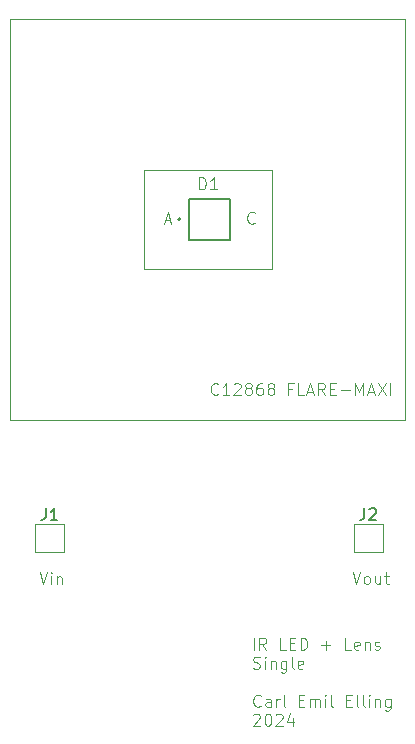
<source format=gto>
G04 #@! TF.GenerationSoftware,KiCad,Pcbnew,8.0.5*
G04 #@! TF.CreationDate,2024-10-09T13:13:15+02:00*
G04 #@! TF.ProjectId,LED_SINGLE_Board,4c45445f-5349-44e4-974c-455f426f6172,rev?*
G04 #@! TF.SameCoordinates,Original*
G04 #@! TF.FileFunction,Legend,Top*
G04 #@! TF.FilePolarity,Positive*
%FSLAX46Y46*%
G04 Gerber Fmt 4.6, Leading zero omitted, Abs format (unit mm)*
G04 Created by KiCad (PCBNEW 8.0.5) date 2024-10-09 13:13:15*
%MOMM*%
%LPD*%
G01*
G04 APERTURE LIST*
%ADD10C,0.100000*%
%ADD11C,0.150000*%
%ADD12C,0.127000*%
%ADD13C,0.200000*%
%ADD14C,0.120000*%
G04 APERTURE END LIST*
D10*
X55661027Y-71372419D02*
X55994360Y-72372419D01*
X55994360Y-72372419D02*
X56327693Y-71372419D01*
X56803884Y-72372419D02*
X56708646Y-72324800D01*
X56708646Y-72324800D02*
X56661027Y-72277180D01*
X56661027Y-72277180D02*
X56613408Y-72181942D01*
X56613408Y-72181942D02*
X56613408Y-71896228D01*
X56613408Y-71896228D02*
X56661027Y-71800990D01*
X56661027Y-71800990D02*
X56708646Y-71753371D01*
X56708646Y-71753371D02*
X56803884Y-71705752D01*
X56803884Y-71705752D02*
X56946741Y-71705752D01*
X56946741Y-71705752D02*
X57041979Y-71753371D01*
X57041979Y-71753371D02*
X57089598Y-71800990D01*
X57089598Y-71800990D02*
X57137217Y-71896228D01*
X57137217Y-71896228D02*
X57137217Y-72181942D01*
X57137217Y-72181942D02*
X57089598Y-72277180D01*
X57089598Y-72277180D02*
X57041979Y-72324800D01*
X57041979Y-72324800D02*
X56946741Y-72372419D01*
X56946741Y-72372419D02*
X56803884Y-72372419D01*
X57994360Y-71705752D02*
X57994360Y-72372419D01*
X57565789Y-71705752D02*
X57565789Y-72229561D01*
X57565789Y-72229561D02*
X57613408Y-72324800D01*
X57613408Y-72324800D02*
X57708646Y-72372419D01*
X57708646Y-72372419D02*
X57851503Y-72372419D01*
X57851503Y-72372419D02*
X57946741Y-72324800D01*
X57946741Y-72324800D02*
X57994360Y-72277180D01*
X58327694Y-71705752D02*
X58708646Y-71705752D01*
X58470551Y-71372419D02*
X58470551Y-72229561D01*
X58470551Y-72229561D02*
X58518170Y-72324800D01*
X58518170Y-72324800D02*
X58613408Y-72372419D01*
X58613408Y-72372419D02*
X58708646Y-72372419D01*
X29161027Y-71372419D02*
X29494360Y-72372419D01*
X29494360Y-72372419D02*
X29827693Y-71372419D01*
X30161027Y-72372419D02*
X30161027Y-71705752D01*
X30161027Y-71372419D02*
X30113408Y-71420038D01*
X30113408Y-71420038D02*
X30161027Y-71467657D01*
X30161027Y-71467657D02*
X30208646Y-71420038D01*
X30208646Y-71420038D02*
X30161027Y-71372419D01*
X30161027Y-71372419D02*
X30161027Y-71467657D01*
X30637217Y-71705752D02*
X30637217Y-72372419D01*
X30637217Y-71800990D02*
X30684836Y-71753371D01*
X30684836Y-71753371D02*
X30780074Y-71705752D01*
X30780074Y-71705752D02*
X30922931Y-71705752D01*
X30922931Y-71705752D02*
X31018169Y-71753371D01*
X31018169Y-71753371D02*
X31065788Y-71848609D01*
X31065788Y-71848609D02*
X31065788Y-72372419D01*
X47303884Y-77932643D02*
X47303884Y-76932643D01*
X48351502Y-77932643D02*
X48018169Y-77456452D01*
X47780074Y-77932643D02*
X47780074Y-76932643D01*
X47780074Y-76932643D02*
X48161026Y-76932643D01*
X48161026Y-76932643D02*
X48256264Y-76980262D01*
X48256264Y-76980262D02*
X48303883Y-77027881D01*
X48303883Y-77027881D02*
X48351502Y-77123119D01*
X48351502Y-77123119D02*
X48351502Y-77265976D01*
X48351502Y-77265976D02*
X48303883Y-77361214D01*
X48303883Y-77361214D02*
X48256264Y-77408833D01*
X48256264Y-77408833D02*
X48161026Y-77456452D01*
X48161026Y-77456452D02*
X47780074Y-77456452D01*
X50018169Y-77932643D02*
X49541979Y-77932643D01*
X49541979Y-77932643D02*
X49541979Y-76932643D01*
X50351503Y-77408833D02*
X50684836Y-77408833D01*
X50827693Y-77932643D02*
X50351503Y-77932643D01*
X50351503Y-77932643D02*
X50351503Y-76932643D01*
X50351503Y-76932643D02*
X50827693Y-76932643D01*
X51256265Y-77932643D02*
X51256265Y-76932643D01*
X51256265Y-76932643D02*
X51494360Y-76932643D01*
X51494360Y-76932643D02*
X51637217Y-76980262D01*
X51637217Y-76980262D02*
X51732455Y-77075500D01*
X51732455Y-77075500D02*
X51780074Y-77170738D01*
X51780074Y-77170738D02*
X51827693Y-77361214D01*
X51827693Y-77361214D02*
X51827693Y-77504071D01*
X51827693Y-77504071D02*
X51780074Y-77694547D01*
X51780074Y-77694547D02*
X51732455Y-77789785D01*
X51732455Y-77789785D02*
X51637217Y-77885024D01*
X51637217Y-77885024D02*
X51494360Y-77932643D01*
X51494360Y-77932643D02*
X51256265Y-77932643D01*
X53018170Y-77551690D02*
X53780075Y-77551690D01*
X53399122Y-77932643D02*
X53399122Y-77170738D01*
X55494360Y-77932643D02*
X55018170Y-77932643D01*
X55018170Y-77932643D02*
X55018170Y-76932643D01*
X56208646Y-77885024D02*
X56113408Y-77932643D01*
X56113408Y-77932643D02*
X55922932Y-77932643D01*
X55922932Y-77932643D02*
X55827694Y-77885024D01*
X55827694Y-77885024D02*
X55780075Y-77789785D01*
X55780075Y-77789785D02*
X55780075Y-77408833D01*
X55780075Y-77408833D02*
X55827694Y-77313595D01*
X55827694Y-77313595D02*
X55922932Y-77265976D01*
X55922932Y-77265976D02*
X56113408Y-77265976D01*
X56113408Y-77265976D02*
X56208646Y-77313595D01*
X56208646Y-77313595D02*
X56256265Y-77408833D01*
X56256265Y-77408833D02*
X56256265Y-77504071D01*
X56256265Y-77504071D02*
X55780075Y-77599309D01*
X56684837Y-77265976D02*
X56684837Y-77932643D01*
X56684837Y-77361214D02*
X56732456Y-77313595D01*
X56732456Y-77313595D02*
X56827694Y-77265976D01*
X56827694Y-77265976D02*
X56970551Y-77265976D01*
X56970551Y-77265976D02*
X57065789Y-77313595D01*
X57065789Y-77313595D02*
X57113408Y-77408833D01*
X57113408Y-77408833D02*
X57113408Y-77932643D01*
X57541980Y-77885024D02*
X57637218Y-77932643D01*
X57637218Y-77932643D02*
X57827694Y-77932643D01*
X57827694Y-77932643D02*
X57922932Y-77885024D01*
X57922932Y-77885024D02*
X57970551Y-77789785D01*
X57970551Y-77789785D02*
X57970551Y-77742166D01*
X57970551Y-77742166D02*
X57922932Y-77646928D01*
X57922932Y-77646928D02*
X57827694Y-77599309D01*
X57827694Y-77599309D02*
X57684837Y-77599309D01*
X57684837Y-77599309D02*
X57589599Y-77551690D01*
X57589599Y-77551690D02*
X57541980Y-77456452D01*
X57541980Y-77456452D02*
X57541980Y-77408833D01*
X57541980Y-77408833D02*
X57589599Y-77313595D01*
X57589599Y-77313595D02*
X57684837Y-77265976D01*
X57684837Y-77265976D02*
X57827694Y-77265976D01*
X57827694Y-77265976D02*
X57922932Y-77313595D01*
X47256265Y-79494968D02*
X47399122Y-79542587D01*
X47399122Y-79542587D02*
X47637217Y-79542587D01*
X47637217Y-79542587D02*
X47732455Y-79494968D01*
X47732455Y-79494968D02*
X47780074Y-79447348D01*
X47780074Y-79447348D02*
X47827693Y-79352110D01*
X47827693Y-79352110D02*
X47827693Y-79256872D01*
X47827693Y-79256872D02*
X47780074Y-79161634D01*
X47780074Y-79161634D02*
X47732455Y-79114015D01*
X47732455Y-79114015D02*
X47637217Y-79066396D01*
X47637217Y-79066396D02*
X47446741Y-79018777D01*
X47446741Y-79018777D02*
X47351503Y-78971158D01*
X47351503Y-78971158D02*
X47303884Y-78923539D01*
X47303884Y-78923539D02*
X47256265Y-78828301D01*
X47256265Y-78828301D02*
X47256265Y-78733063D01*
X47256265Y-78733063D02*
X47303884Y-78637825D01*
X47303884Y-78637825D02*
X47351503Y-78590206D01*
X47351503Y-78590206D02*
X47446741Y-78542587D01*
X47446741Y-78542587D02*
X47684836Y-78542587D01*
X47684836Y-78542587D02*
X47827693Y-78590206D01*
X48256265Y-79542587D02*
X48256265Y-78875920D01*
X48256265Y-78542587D02*
X48208646Y-78590206D01*
X48208646Y-78590206D02*
X48256265Y-78637825D01*
X48256265Y-78637825D02*
X48303884Y-78590206D01*
X48303884Y-78590206D02*
X48256265Y-78542587D01*
X48256265Y-78542587D02*
X48256265Y-78637825D01*
X48732455Y-78875920D02*
X48732455Y-79542587D01*
X48732455Y-78971158D02*
X48780074Y-78923539D01*
X48780074Y-78923539D02*
X48875312Y-78875920D01*
X48875312Y-78875920D02*
X49018169Y-78875920D01*
X49018169Y-78875920D02*
X49113407Y-78923539D01*
X49113407Y-78923539D02*
X49161026Y-79018777D01*
X49161026Y-79018777D02*
X49161026Y-79542587D01*
X50065788Y-78875920D02*
X50065788Y-79685444D01*
X50065788Y-79685444D02*
X50018169Y-79780682D01*
X50018169Y-79780682D02*
X49970550Y-79828301D01*
X49970550Y-79828301D02*
X49875312Y-79875920D01*
X49875312Y-79875920D02*
X49732455Y-79875920D01*
X49732455Y-79875920D02*
X49637217Y-79828301D01*
X50065788Y-79494968D02*
X49970550Y-79542587D01*
X49970550Y-79542587D02*
X49780074Y-79542587D01*
X49780074Y-79542587D02*
X49684836Y-79494968D01*
X49684836Y-79494968D02*
X49637217Y-79447348D01*
X49637217Y-79447348D02*
X49589598Y-79352110D01*
X49589598Y-79352110D02*
X49589598Y-79066396D01*
X49589598Y-79066396D02*
X49637217Y-78971158D01*
X49637217Y-78971158D02*
X49684836Y-78923539D01*
X49684836Y-78923539D02*
X49780074Y-78875920D01*
X49780074Y-78875920D02*
X49970550Y-78875920D01*
X49970550Y-78875920D02*
X50065788Y-78923539D01*
X50684836Y-79542587D02*
X50589598Y-79494968D01*
X50589598Y-79494968D02*
X50541979Y-79399729D01*
X50541979Y-79399729D02*
X50541979Y-78542587D01*
X51446741Y-79494968D02*
X51351503Y-79542587D01*
X51351503Y-79542587D02*
X51161027Y-79542587D01*
X51161027Y-79542587D02*
X51065789Y-79494968D01*
X51065789Y-79494968D02*
X51018170Y-79399729D01*
X51018170Y-79399729D02*
X51018170Y-79018777D01*
X51018170Y-79018777D02*
X51065789Y-78923539D01*
X51065789Y-78923539D02*
X51161027Y-78875920D01*
X51161027Y-78875920D02*
X51351503Y-78875920D01*
X51351503Y-78875920D02*
X51446741Y-78923539D01*
X51446741Y-78923539D02*
X51494360Y-79018777D01*
X51494360Y-79018777D02*
X51494360Y-79114015D01*
X51494360Y-79114015D02*
X51018170Y-79209253D01*
X47875312Y-82667236D02*
X47827693Y-82714856D01*
X47827693Y-82714856D02*
X47684836Y-82762475D01*
X47684836Y-82762475D02*
X47589598Y-82762475D01*
X47589598Y-82762475D02*
X47446741Y-82714856D01*
X47446741Y-82714856D02*
X47351503Y-82619617D01*
X47351503Y-82619617D02*
X47303884Y-82524379D01*
X47303884Y-82524379D02*
X47256265Y-82333903D01*
X47256265Y-82333903D02*
X47256265Y-82191046D01*
X47256265Y-82191046D02*
X47303884Y-82000570D01*
X47303884Y-82000570D02*
X47351503Y-81905332D01*
X47351503Y-81905332D02*
X47446741Y-81810094D01*
X47446741Y-81810094D02*
X47589598Y-81762475D01*
X47589598Y-81762475D02*
X47684836Y-81762475D01*
X47684836Y-81762475D02*
X47827693Y-81810094D01*
X47827693Y-81810094D02*
X47875312Y-81857713D01*
X48732455Y-82762475D02*
X48732455Y-82238665D01*
X48732455Y-82238665D02*
X48684836Y-82143427D01*
X48684836Y-82143427D02*
X48589598Y-82095808D01*
X48589598Y-82095808D02*
X48399122Y-82095808D01*
X48399122Y-82095808D02*
X48303884Y-82143427D01*
X48732455Y-82714856D02*
X48637217Y-82762475D01*
X48637217Y-82762475D02*
X48399122Y-82762475D01*
X48399122Y-82762475D02*
X48303884Y-82714856D01*
X48303884Y-82714856D02*
X48256265Y-82619617D01*
X48256265Y-82619617D02*
X48256265Y-82524379D01*
X48256265Y-82524379D02*
X48303884Y-82429141D01*
X48303884Y-82429141D02*
X48399122Y-82381522D01*
X48399122Y-82381522D02*
X48637217Y-82381522D01*
X48637217Y-82381522D02*
X48732455Y-82333903D01*
X49208646Y-82762475D02*
X49208646Y-82095808D01*
X49208646Y-82286284D02*
X49256265Y-82191046D01*
X49256265Y-82191046D02*
X49303884Y-82143427D01*
X49303884Y-82143427D02*
X49399122Y-82095808D01*
X49399122Y-82095808D02*
X49494360Y-82095808D01*
X49970551Y-82762475D02*
X49875313Y-82714856D01*
X49875313Y-82714856D02*
X49827694Y-82619617D01*
X49827694Y-82619617D02*
X49827694Y-81762475D01*
X51113409Y-82238665D02*
X51446742Y-82238665D01*
X51589599Y-82762475D02*
X51113409Y-82762475D01*
X51113409Y-82762475D02*
X51113409Y-81762475D01*
X51113409Y-81762475D02*
X51589599Y-81762475D01*
X52018171Y-82762475D02*
X52018171Y-82095808D01*
X52018171Y-82191046D02*
X52065790Y-82143427D01*
X52065790Y-82143427D02*
X52161028Y-82095808D01*
X52161028Y-82095808D02*
X52303885Y-82095808D01*
X52303885Y-82095808D02*
X52399123Y-82143427D01*
X52399123Y-82143427D02*
X52446742Y-82238665D01*
X52446742Y-82238665D02*
X52446742Y-82762475D01*
X52446742Y-82238665D02*
X52494361Y-82143427D01*
X52494361Y-82143427D02*
X52589599Y-82095808D01*
X52589599Y-82095808D02*
X52732456Y-82095808D01*
X52732456Y-82095808D02*
X52827695Y-82143427D01*
X52827695Y-82143427D02*
X52875314Y-82238665D01*
X52875314Y-82238665D02*
X52875314Y-82762475D01*
X53351504Y-82762475D02*
X53351504Y-82095808D01*
X53351504Y-81762475D02*
X53303885Y-81810094D01*
X53303885Y-81810094D02*
X53351504Y-81857713D01*
X53351504Y-81857713D02*
X53399123Y-81810094D01*
X53399123Y-81810094D02*
X53351504Y-81762475D01*
X53351504Y-81762475D02*
X53351504Y-81857713D01*
X53970551Y-82762475D02*
X53875313Y-82714856D01*
X53875313Y-82714856D02*
X53827694Y-82619617D01*
X53827694Y-82619617D02*
X53827694Y-81762475D01*
X55113409Y-82238665D02*
X55446742Y-82238665D01*
X55589599Y-82762475D02*
X55113409Y-82762475D01*
X55113409Y-82762475D02*
X55113409Y-81762475D01*
X55113409Y-81762475D02*
X55589599Y-81762475D01*
X56161028Y-82762475D02*
X56065790Y-82714856D01*
X56065790Y-82714856D02*
X56018171Y-82619617D01*
X56018171Y-82619617D02*
X56018171Y-81762475D01*
X56684838Y-82762475D02*
X56589600Y-82714856D01*
X56589600Y-82714856D02*
X56541981Y-82619617D01*
X56541981Y-82619617D02*
X56541981Y-81762475D01*
X57065791Y-82762475D02*
X57065791Y-82095808D01*
X57065791Y-81762475D02*
X57018172Y-81810094D01*
X57018172Y-81810094D02*
X57065791Y-81857713D01*
X57065791Y-81857713D02*
X57113410Y-81810094D01*
X57113410Y-81810094D02*
X57065791Y-81762475D01*
X57065791Y-81762475D02*
X57065791Y-81857713D01*
X57541981Y-82095808D02*
X57541981Y-82762475D01*
X57541981Y-82191046D02*
X57589600Y-82143427D01*
X57589600Y-82143427D02*
X57684838Y-82095808D01*
X57684838Y-82095808D02*
X57827695Y-82095808D01*
X57827695Y-82095808D02*
X57922933Y-82143427D01*
X57922933Y-82143427D02*
X57970552Y-82238665D01*
X57970552Y-82238665D02*
X57970552Y-82762475D01*
X58875314Y-82095808D02*
X58875314Y-82905332D01*
X58875314Y-82905332D02*
X58827695Y-83000570D01*
X58827695Y-83000570D02*
X58780076Y-83048189D01*
X58780076Y-83048189D02*
X58684838Y-83095808D01*
X58684838Y-83095808D02*
X58541981Y-83095808D01*
X58541981Y-83095808D02*
X58446743Y-83048189D01*
X58875314Y-82714856D02*
X58780076Y-82762475D01*
X58780076Y-82762475D02*
X58589600Y-82762475D01*
X58589600Y-82762475D02*
X58494362Y-82714856D01*
X58494362Y-82714856D02*
X58446743Y-82667236D01*
X58446743Y-82667236D02*
X58399124Y-82571998D01*
X58399124Y-82571998D02*
X58399124Y-82286284D01*
X58399124Y-82286284D02*
X58446743Y-82191046D01*
X58446743Y-82191046D02*
X58494362Y-82143427D01*
X58494362Y-82143427D02*
X58589600Y-82095808D01*
X58589600Y-82095808D02*
X58780076Y-82095808D01*
X58780076Y-82095808D02*
X58875314Y-82143427D01*
X47256265Y-83467657D02*
X47303884Y-83420038D01*
X47303884Y-83420038D02*
X47399122Y-83372419D01*
X47399122Y-83372419D02*
X47637217Y-83372419D01*
X47637217Y-83372419D02*
X47732455Y-83420038D01*
X47732455Y-83420038D02*
X47780074Y-83467657D01*
X47780074Y-83467657D02*
X47827693Y-83562895D01*
X47827693Y-83562895D02*
X47827693Y-83658133D01*
X47827693Y-83658133D02*
X47780074Y-83800990D01*
X47780074Y-83800990D02*
X47208646Y-84372419D01*
X47208646Y-84372419D02*
X47827693Y-84372419D01*
X48446741Y-83372419D02*
X48541979Y-83372419D01*
X48541979Y-83372419D02*
X48637217Y-83420038D01*
X48637217Y-83420038D02*
X48684836Y-83467657D01*
X48684836Y-83467657D02*
X48732455Y-83562895D01*
X48732455Y-83562895D02*
X48780074Y-83753371D01*
X48780074Y-83753371D02*
X48780074Y-83991466D01*
X48780074Y-83991466D02*
X48732455Y-84181942D01*
X48732455Y-84181942D02*
X48684836Y-84277180D01*
X48684836Y-84277180D02*
X48637217Y-84324800D01*
X48637217Y-84324800D02*
X48541979Y-84372419D01*
X48541979Y-84372419D02*
X48446741Y-84372419D01*
X48446741Y-84372419D02*
X48351503Y-84324800D01*
X48351503Y-84324800D02*
X48303884Y-84277180D01*
X48303884Y-84277180D02*
X48256265Y-84181942D01*
X48256265Y-84181942D02*
X48208646Y-83991466D01*
X48208646Y-83991466D02*
X48208646Y-83753371D01*
X48208646Y-83753371D02*
X48256265Y-83562895D01*
X48256265Y-83562895D02*
X48303884Y-83467657D01*
X48303884Y-83467657D02*
X48351503Y-83420038D01*
X48351503Y-83420038D02*
X48446741Y-83372419D01*
X49161027Y-83467657D02*
X49208646Y-83420038D01*
X49208646Y-83420038D02*
X49303884Y-83372419D01*
X49303884Y-83372419D02*
X49541979Y-83372419D01*
X49541979Y-83372419D02*
X49637217Y-83420038D01*
X49637217Y-83420038D02*
X49684836Y-83467657D01*
X49684836Y-83467657D02*
X49732455Y-83562895D01*
X49732455Y-83562895D02*
X49732455Y-83658133D01*
X49732455Y-83658133D02*
X49684836Y-83800990D01*
X49684836Y-83800990D02*
X49113408Y-84372419D01*
X49113408Y-84372419D02*
X49732455Y-84372419D01*
X50589598Y-83705752D02*
X50589598Y-84372419D01*
X50351503Y-83324800D02*
X50113408Y-84039085D01*
X50113408Y-84039085D02*
X50732455Y-84039085D01*
X42661905Y-38957419D02*
X42661905Y-37957419D01*
X42661905Y-37957419D02*
X42900000Y-37957419D01*
X42900000Y-37957419D02*
X43042857Y-38005038D01*
X43042857Y-38005038D02*
X43138095Y-38100276D01*
X43138095Y-38100276D02*
X43185714Y-38195514D01*
X43185714Y-38195514D02*
X43233333Y-38385990D01*
X43233333Y-38385990D02*
X43233333Y-38528847D01*
X43233333Y-38528847D02*
X43185714Y-38719323D01*
X43185714Y-38719323D02*
X43138095Y-38814561D01*
X43138095Y-38814561D02*
X43042857Y-38909800D01*
X43042857Y-38909800D02*
X42900000Y-38957419D01*
X42900000Y-38957419D02*
X42661905Y-38957419D01*
X44185714Y-38957419D02*
X43614286Y-38957419D01*
X43900000Y-38957419D02*
X43900000Y-37957419D01*
X43900000Y-37957419D02*
X43804762Y-38100276D01*
X43804762Y-38100276D02*
X43709524Y-38195514D01*
X43709524Y-38195514D02*
X43614286Y-38243133D01*
X47375312Y-41777180D02*
X47327693Y-41824800D01*
X47327693Y-41824800D02*
X47184836Y-41872419D01*
X47184836Y-41872419D02*
X47089598Y-41872419D01*
X47089598Y-41872419D02*
X46946741Y-41824800D01*
X46946741Y-41824800D02*
X46851503Y-41729561D01*
X46851503Y-41729561D02*
X46803884Y-41634323D01*
X46803884Y-41634323D02*
X46756265Y-41443847D01*
X46756265Y-41443847D02*
X46756265Y-41300990D01*
X46756265Y-41300990D02*
X46803884Y-41110514D01*
X46803884Y-41110514D02*
X46851503Y-41015276D01*
X46851503Y-41015276D02*
X46946741Y-40920038D01*
X46946741Y-40920038D02*
X47089598Y-40872419D01*
X47089598Y-40872419D02*
X47184836Y-40872419D01*
X47184836Y-40872419D02*
X47327693Y-40920038D01*
X47327693Y-40920038D02*
X47375312Y-40967657D01*
X39756265Y-41586704D02*
X40232455Y-41586704D01*
X39661027Y-41872419D02*
X39994360Y-40872419D01*
X39994360Y-40872419D02*
X40327693Y-41872419D01*
X44275312Y-56277180D02*
X44227693Y-56324800D01*
X44227693Y-56324800D02*
X44084836Y-56372419D01*
X44084836Y-56372419D02*
X43989598Y-56372419D01*
X43989598Y-56372419D02*
X43846741Y-56324800D01*
X43846741Y-56324800D02*
X43751503Y-56229561D01*
X43751503Y-56229561D02*
X43703884Y-56134323D01*
X43703884Y-56134323D02*
X43656265Y-55943847D01*
X43656265Y-55943847D02*
X43656265Y-55800990D01*
X43656265Y-55800990D02*
X43703884Y-55610514D01*
X43703884Y-55610514D02*
X43751503Y-55515276D01*
X43751503Y-55515276D02*
X43846741Y-55420038D01*
X43846741Y-55420038D02*
X43989598Y-55372419D01*
X43989598Y-55372419D02*
X44084836Y-55372419D01*
X44084836Y-55372419D02*
X44227693Y-55420038D01*
X44227693Y-55420038D02*
X44275312Y-55467657D01*
X45227693Y-56372419D02*
X44656265Y-56372419D01*
X44941979Y-56372419D02*
X44941979Y-55372419D01*
X44941979Y-55372419D02*
X44846741Y-55515276D01*
X44846741Y-55515276D02*
X44751503Y-55610514D01*
X44751503Y-55610514D02*
X44656265Y-55658133D01*
X45608646Y-55467657D02*
X45656265Y-55420038D01*
X45656265Y-55420038D02*
X45751503Y-55372419D01*
X45751503Y-55372419D02*
X45989598Y-55372419D01*
X45989598Y-55372419D02*
X46084836Y-55420038D01*
X46084836Y-55420038D02*
X46132455Y-55467657D01*
X46132455Y-55467657D02*
X46180074Y-55562895D01*
X46180074Y-55562895D02*
X46180074Y-55658133D01*
X46180074Y-55658133D02*
X46132455Y-55800990D01*
X46132455Y-55800990D02*
X45561027Y-56372419D01*
X45561027Y-56372419D02*
X46180074Y-56372419D01*
X46751503Y-55800990D02*
X46656265Y-55753371D01*
X46656265Y-55753371D02*
X46608646Y-55705752D01*
X46608646Y-55705752D02*
X46561027Y-55610514D01*
X46561027Y-55610514D02*
X46561027Y-55562895D01*
X46561027Y-55562895D02*
X46608646Y-55467657D01*
X46608646Y-55467657D02*
X46656265Y-55420038D01*
X46656265Y-55420038D02*
X46751503Y-55372419D01*
X46751503Y-55372419D02*
X46941979Y-55372419D01*
X46941979Y-55372419D02*
X47037217Y-55420038D01*
X47037217Y-55420038D02*
X47084836Y-55467657D01*
X47084836Y-55467657D02*
X47132455Y-55562895D01*
X47132455Y-55562895D02*
X47132455Y-55610514D01*
X47132455Y-55610514D02*
X47084836Y-55705752D01*
X47084836Y-55705752D02*
X47037217Y-55753371D01*
X47037217Y-55753371D02*
X46941979Y-55800990D01*
X46941979Y-55800990D02*
X46751503Y-55800990D01*
X46751503Y-55800990D02*
X46656265Y-55848609D01*
X46656265Y-55848609D02*
X46608646Y-55896228D01*
X46608646Y-55896228D02*
X46561027Y-55991466D01*
X46561027Y-55991466D02*
X46561027Y-56181942D01*
X46561027Y-56181942D02*
X46608646Y-56277180D01*
X46608646Y-56277180D02*
X46656265Y-56324800D01*
X46656265Y-56324800D02*
X46751503Y-56372419D01*
X46751503Y-56372419D02*
X46941979Y-56372419D01*
X46941979Y-56372419D02*
X47037217Y-56324800D01*
X47037217Y-56324800D02*
X47084836Y-56277180D01*
X47084836Y-56277180D02*
X47132455Y-56181942D01*
X47132455Y-56181942D02*
X47132455Y-55991466D01*
X47132455Y-55991466D02*
X47084836Y-55896228D01*
X47084836Y-55896228D02*
X47037217Y-55848609D01*
X47037217Y-55848609D02*
X46941979Y-55800990D01*
X47989598Y-55372419D02*
X47799122Y-55372419D01*
X47799122Y-55372419D02*
X47703884Y-55420038D01*
X47703884Y-55420038D02*
X47656265Y-55467657D01*
X47656265Y-55467657D02*
X47561027Y-55610514D01*
X47561027Y-55610514D02*
X47513408Y-55800990D01*
X47513408Y-55800990D02*
X47513408Y-56181942D01*
X47513408Y-56181942D02*
X47561027Y-56277180D01*
X47561027Y-56277180D02*
X47608646Y-56324800D01*
X47608646Y-56324800D02*
X47703884Y-56372419D01*
X47703884Y-56372419D02*
X47894360Y-56372419D01*
X47894360Y-56372419D02*
X47989598Y-56324800D01*
X47989598Y-56324800D02*
X48037217Y-56277180D01*
X48037217Y-56277180D02*
X48084836Y-56181942D01*
X48084836Y-56181942D02*
X48084836Y-55943847D01*
X48084836Y-55943847D02*
X48037217Y-55848609D01*
X48037217Y-55848609D02*
X47989598Y-55800990D01*
X47989598Y-55800990D02*
X47894360Y-55753371D01*
X47894360Y-55753371D02*
X47703884Y-55753371D01*
X47703884Y-55753371D02*
X47608646Y-55800990D01*
X47608646Y-55800990D02*
X47561027Y-55848609D01*
X47561027Y-55848609D02*
X47513408Y-55943847D01*
X48656265Y-55800990D02*
X48561027Y-55753371D01*
X48561027Y-55753371D02*
X48513408Y-55705752D01*
X48513408Y-55705752D02*
X48465789Y-55610514D01*
X48465789Y-55610514D02*
X48465789Y-55562895D01*
X48465789Y-55562895D02*
X48513408Y-55467657D01*
X48513408Y-55467657D02*
X48561027Y-55420038D01*
X48561027Y-55420038D02*
X48656265Y-55372419D01*
X48656265Y-55372419D02*
X48846741Y-55372419D01*
X48846741Y-55372419D02*
X48941979Y-55420038D01*
X48941979Y-55420038D02*
X48989598Y-55467657D01*
X48989598Y-55467657D02*
X49037217Y-55562895D01*
X49037217Y-55562895D02*
X49037217Y-55610514D01*
X49037217Y-55610514D02*
X48989598Y-55705752D01*
X48989598Y-55705752D02*
X48941979Y-55753371D01*
X48941979Y-55753371D02*
X48846741Y-55800990D01*
X48846741Y-55800990D02*
X48656265Y-55800990D01*
X48656265Y-55800990D02*
X48561027Y-55848609D01*
X48561027Y-55848609D02*
X48513408Y-55896228D01*
X48513408Y-55896228D02*
X48465789Y-55991466D01*
X48465789Y-55991466D02*
X48465789Y-56181942D01*
X48465789Y-56181942D02*
X48513408Y-56277180D01*
X48513408Y-56277180D02*
X48561027Y-56324800D01*
X48561027Y-56324800D02*
X48656265Y-56372419D01*
X48656265Y-56372419D02*
X48846741Y-56372419D01*
X48846741Y-56372419D02*
X48941979Y-56324800D01*
X48941979Y-56324800D02*
X48989598Y-56277180D01*
X48989598Y-56277180D02*
X49037217Y-56181942D01*
X49037217Y-56181942D02*
X49037217Y-55991466D01*
X49037217Y-55991466D02*
X48989598Y-55896228D01*
X48989598Y-55896228D02*
X48941979Y-55848609D01*
X48941979Y-55848609D02*
X48846741Y-55800990D01*
X50561027Y-55848609D02*
X50227694Y-55848609D01*
X50227694Y-56372419D02*
X50227694Y-55372419D01*
X50227694Y-55372419D02*
X50703884Y-55372419D01*
X51561027Y-56372419D02*
X51084837Y-56372419D01*
X51084837Y-56372419D02*
X51084837Y-55372419D01*
X51846742Y-56086704D02*
X52322932Y-56086704D01*
X51751504Y-56372419D02*
X52084837Y-55372419D01*
X52084837Y-55372419D02*
X52418170Y-56372419D01*
X53322932Y-56372419D02*
X52989599Y-55896228D01*
X52751504Y-56372419D02*
X52751504Y-55372419D01*
X52751504Y-55372419D02*
X53132456Y-55372419D01*
X53132456Y-55372419D02*
X53227694Y-55420038D01*
X53227694Y-55420038D02*
X53275313Y-55467657D01*
X53275313Y-55467657D02*
X53322932Y-55562895D01*
X53322932Y-55562895D02*
X53322932Y-55705752D01*
X53322932Y-55705752D02*
X53275313Y-55800990D01*
X53275313Y-55800990D02*
X53227694Y-55848609D01*
X53227694Y-55848609D02*
X53132456Y-55896228D01*
X53132456Y-55896228D02*
X52751504Y-55896228D01*
X53751504Y-55848609D02*
X54084837Y-55848609D01*
X54227694Y-56372419D02*
X53751504Y-56372419D01*
X53751504Y-56372419D02*
X53751504Y-55372419D01*
X53751504Y-55372419D02*
X54227694Y-55372419D01*
X54656266Y-55991466D02*
X55418171Y-55991466D01*
X55894361Y-56372419D02*
X55894361Y-55372419D01*
X55894361Y-55372419D02*
X56227694Y-56086704D01*
X56227694Y-56086704D02*
X56561027Y-55372419D01*
X56561027Y-55372419D02*
X56561027Y-56372419D01*
X56989599Y-56086704D02*
X57465789Y-56086704D01*
X56894361Y-56372419D02*
X57227694Y-55372419D01*
X57227694Y-55372419D02*
X57561027Y-56372419D01*
X57799123Y-55372419D02*
X58465789Y-56372419D01*
X58465789Y-55372419D02*
X57799123Y-56372419D01*
X58846742Y-56372419D02*
X58846742Y-55372419D01*
D11*
X56666666Y-65956819D02*
X56666666Y-66671104D01*
X56666666Y-66671104D02*
X56619047Y-66813961D01*
X56619047Y-66813961D02*
X56523809Y-66909200D01*
X56523809Y-66909200D02*
X56380952Y-66956819D01*
X56380952Y-66956819D02*
X56285714Y-66956819D01*
X57095238Y-66052057D02*
X57142857Y-66004438D01*
X57142857Y-66004438D02*
X57238095Y-65956819D01*
X57238095Y-65956819D02*
X57476190Y-65956819D01*
X57476190Y-65956819D02*
X57571428Y-66004438D01*
X57571428Y-66004438D02*
X57619047Y-66052057D01*
X57619047Y-66052057D02*
X57666666Y-66147295D01*
X57666666Y-66147295D02*
X57666666Y-66242533D01*
X57666666Y-66242533D02*
X57619047Y-66385390D01*
X57619047Y-66385390D02*
X57047619Y-66956819D01*
X57047619Y-66956819D02*
X57666666Y-66956819D01*
X29666666Y-65956819D02*
X29666666Y-66671104D01*
X29666666Y-66671104D02*
X29619047Y-66813961D01*
X29619047Y-66813961D02*
X29523809Y-66909200D01*
X29523809Y-66909200D02*
X29380952Y-66956819D01*
X29380952Y-66956819D02*
X29285714Y-66956819D01*
X30666666Y-66956819D02*
X30095238Y-66956819D01*
X30380952Y-66956819D02*
X30380952Y-65956819D01*
X30380952Y-65956819D02*
X30285714Y-66099676D01*
X30285714Y-66099676D02*
X30190476Y-66194914D01*
X30190476Y-66194914D02*
X30095238Y-66242533D01*
D12*
X41845000Y-39775000D02*
X45295000Y-39775000D01*
X41845000Y-43225000D02*
X41845000Y-39775000D01*
X45295000Y-39775000D02*
X45295000Y-43225000D01*
X45295000Y-43225000D02*
X41845000Y-43225000D01*
D10*
X26700000Y-24500000D02*
X60100000Y-24500000D01*
X60100000Y-58500000D01*
X26700000Y-58500000D01*
X26700000Y-24500000D01*
X38000000Y-37300000D02*
X48800000Y-37300000D01*
X48800000Y-45700000D01*
X38000000Y-45700000D01*
X38000000Y-37300000D01*
D13*
X41100000Y-41500000D02*
G75*
G02*
X40900000Y-41500000I-100000J0D01*
G01*
X40900000Y-41500000D02*
G75*
G02*
X41100000Y-41500000I100000J0D01*
G01*
D14*
X55800000Y-67300000D02*
X58200000Y-67300000D01*
X55800000Y-69700000D02*
X55800000Y-67300000D01*
X58200000Y-67300000D02*
X58200000Y-69700000D01*
X58200000Y-69700000D02*
X55800000Y-69700000D01*
X28800000Y-67300000D02*
X31200000Y-67300000D01*
X28800000Y-69700000D02*
X28800000Y-67300000D01*
X31200000Y-67300000D02*
X31200000Y-69700000D01*
X31200000Y-69700000D02*
X28800000Y-69700000D01*
M02*

</source>
